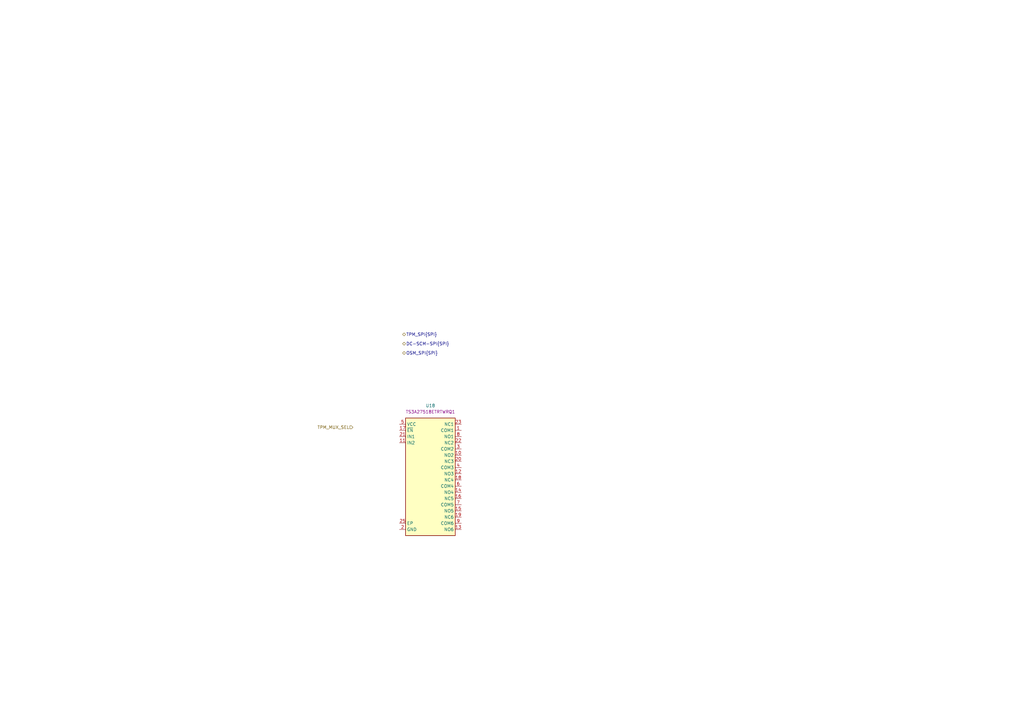
<source format=kicad_sch>
(kicad_sch (version 20250114) (generator "eeschema") (generator_version "9.0")
  (paper "A3")
  (title_block (title "BMC Reference Carrier Board") (date "2025-08-14") (rev "1.0.0"))
  (lib_symbols
    (symbol "antmicroInterfaceAnalogSwitchesMultiplexersDemultiplexers:TS3A27518E_QFN"
      (property "Reference" "U" (at 39.37 -2.54 0))
      (property "MPN" "TS3A27518ETRTWRQ1" (at 39.37 -12.7 0))
      (symbol "TS3A27518E_QFN_1_1"
        (rectangle (start 2.54 2.54) (end 22.86 -45.72) (stroke (width 0.254)) (fill (type background)))
        (pin power_in line (at 0 0 0) (length 2.54) (name "VCC") (number "5"))
        (pin input line (at 0 -2.54 0) (length 2.54) (name "~{EN}") (number "17"))
        (pin input line (at 0 -5.08 0) (length 2.54) (name "IN1") (number "21"))
        (pin input line (at 0 -7.62 0) (length 2.54) (name "IN2") (number "11"))
        (pin power_in line (at 0 -40.64 0) (length 2.54) (name "EP") (number "25"))
        (pin power_in line (at 0 -43.18 0) (length 2.54) (name "GND") (number "2"))
        (pin no_connect line (at 2.54 -38.1 0) (length 2.54) (hide yes) (name "NC") (number "24"))
        (pin passive line (at 25.4 0 180) (length 2.54) (name "NC1") (number "23"))
        (pin passive line (at 25.4 -2.54 180) (length 2.54) (name "COM1") (number "1"))
        (pin passive line (at 25.4 -5.08 180) (length 2.54) (name "NO1") (number "8"))
        (pin passive line (at 25.4 -7.62 180) (length 2.54) (name "NC2") (number "22"))
        (pin passive line (at 25.4 -10.16 180) (length 2.54) (name "COM2") (number "3"))
        (pin passive line (at 25.4 -12.7 180) (length 2.54) (name "NO2") (number "10"))
        (pin passive line (at 25.4 -15.24 180) (length 2.54) (name "NC3") (number "20"))
        (pin passive line (at 25.4 -17.78 180) (length 2.54) (name "COM3") (number "4"))
        (pin passive line (at 25.4 -20.32 180) (length 2.54) (name "NO3") (number "12"))
        (pin passive line (at 25.4 -22.86 180) (length 2.54) (name "NC4") (number "18"))
        (pin passive line (at 25.4 -25.4 180) (length 2.54) (name "COM4") (number "6"))
        (pin passive line (at 25.4 -27.94 180) (length 2.54) (name "NO4") (number "14"))
        (pin passive line (at 25.4 -30.48 180) (length 2.54) (name "NC5") (number "16"))
        (pin passive line (at 25.4 -33.02 180) (length 2.54) (name "COM5") (number "7"))
        (pin passive line (at 25.4 -35.56 180) (length 2.54) (name "NO5") (number "15"))
        (pin passive line (at 25.4 -38.1 180) (length 2.54) (name "NC6") (number "19"))
        (pin passive line (at 25.4 -40.64 180) (length 2.54) (name "COM6") (number "9"))
        (pin passive line (at 25.4 -43.18 180) (length 2.54) (name "NO6") (number "13"))
      )
    )
  )
  (hierarchical_label "DC-SCM-SPI{SPI}" (shape bidirectional) (at 165.1 140.97 0))
  (hierarchical_label "TPM_SPI{SPI}" (shape bidirectional) (at 165.1 137.16 0))
  (hierarchical_label "TPM_MUX_SEL" (shape input) (at 144.78 175.26 180))
  (hierarchical_label "OSM_SPI{SPI}" (shape bidirectional) (at 165.1 144.78 0))
  (symbol (lib_id "antmicroInterfaceAnalogSwitchesMultiplexersDemultiplexers:TS3A27518E_QFN") (at 163.83 173.99 0) (unit 1)
    (property "Reference" "U18" (at 176.53 166.37 0))
    (property "Value" "TS3A27518E_QFN" (effects (hide yes)))
    (property "Footprint" "antmicro-footprints:QFN-24-1EP_4x4mm_P0.5mm_EP2.6x2.6mm" (effects (hide yes)))
    (property "Datasheet" "https://www.ti.com/lit/ds/symlink/ts3a27518e-q1.pdf?HQS=dis-mous-null-mousermode-dsf-pf-null-wwe&ts=1685014732392&ref_url=https%253A%252F%252Fwww.mouser.com%252F" (effects (hide yes)))
    (property "Description" "Interface analog switch/multiplexer/demultiplexer" (effects (hide yes)))
    (property "MPN" "TS3A27518ETRTWRQ1" (at 176.53 168.91 0))
    (property "Manufacturer" "Texas Instruments" (effects (hide yes)))
    (property "Author" "Antmicro" (effects (hide yes)))
    (property "License" "Apache-2.0" (effects (hide yes)))
  )
)
</source>
